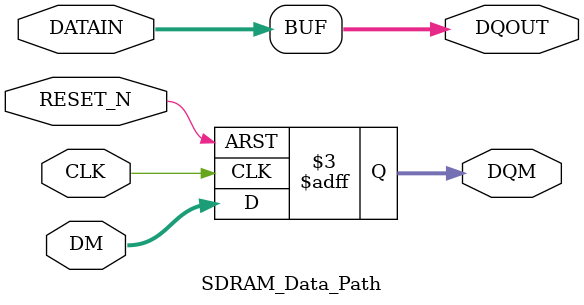
<source format=v>
module SDRAM_Data_Path #(
        parameter DATA_WIDTH = 16
)(
        CLK,
        RESET_N,
        DATAIN,
        DM,
        DQOUT,
        DQM
        );


`include        "SDRAM_Params.vh"

input                           CLK;                    // System Clock
input                           RESET_N;                // System Reset
input   [DATA_WIDTH-1:0]            DATAIN;                 // Data input from the host
input   [DATA_WIDTH/8-1:0]          DM;                     // byte data masks
output  [DATA_WIDTH-1:0]            DQOUT;
output  [DATA_WIDTH/8-1:0]          DQM;                    // SDRAM data mask ouputs
reg     [DATA_WIDTH/8-1:0]          DQM;
            


// Allign the input and output data to the SDRAM control path
always @(posedge CLK or negedge RESET_N)
begin
        if (RESET_N == 0) 
		DQM		<= DATA_WIDTH/8-1'hF;
        else
 		DQM		<=	DM;                 
end

assign DQOUT = DATAIN;

endmodule


</source>
